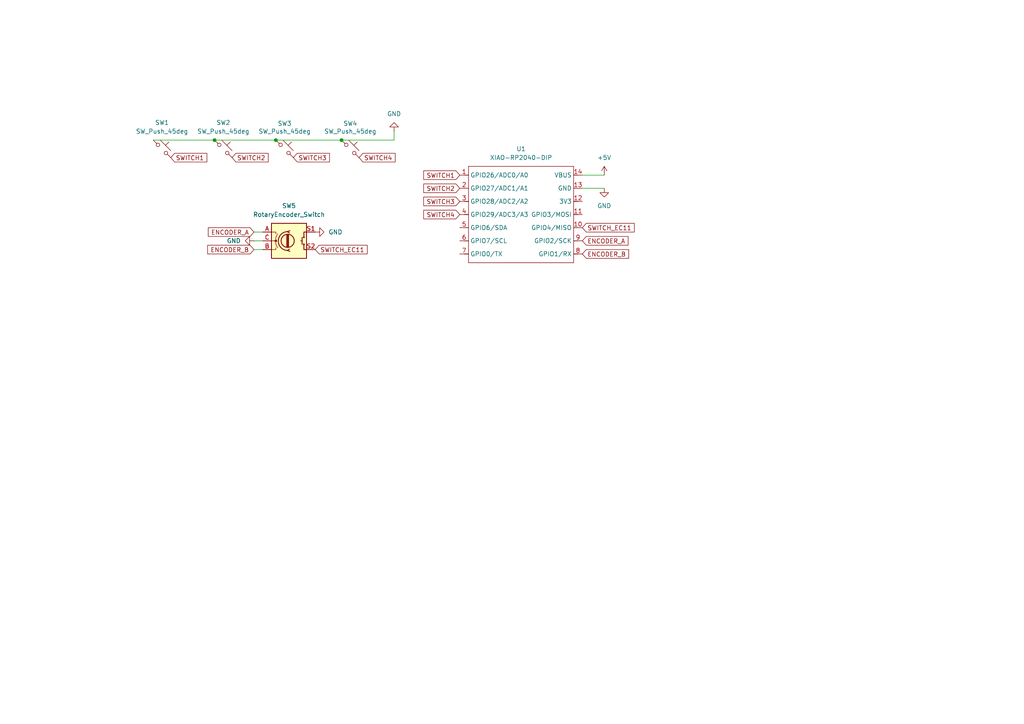
<source format=kicad_sch>
(kicad_sch (version 20250114) (generator "eeschema") (generator_version "9.0")
  (paper "A4")
  (lib_symbols
    (symbol "Device:RotaryEncoder_Switch" (pin_names (offset 0.254) (hide yes))
      (property "Reference" "SW" (at 0 6.604 0))
      (property "Value" "RotaryEncoder_Switch" (at 0 -6.604 0))
      (symbol "RotaryEncoder_Switch_0_1"
        (rectangle (start -5.08 5.08) (end 5.08 -5.08) (stroke (width 0.254)) (fill (type background)))
        (polyline (pts (xy -5.08 2.54) (xy -3.81 2.54) (xy -3.81 2.032)))
        (polyline (pts (xy -5.08 0) (xy -3.81 0) (xy -3.81 -1.016) (xy -3.302 -2.032)))
        (polyline (pts (xy -5.08 -2.54) (xy -3.81 -2.54) (xy -3.81 -2.032)))
        (polyline (pts (xy -4.318 0) (xy -3.81 0) (xy -3.81 1.016) (xy -3.302 2.032)))
        (circle (center -3.81 0) (radius 0.254) (fill (type outline)))
        (polyline (pts (xy -0.635 -1.778) (xy -0.635 1.778)) (stroke (width 0.254)))
        (circle (center -0.381 0) (radius 1.905) (stroke (width 0.254)))
        (polyline (pts (xy -0.381 -1.778) (xy -0.381 1.778)) (stroke (width 0.254)))
        (arc (start -0.381 -2.794) (mid -3.0988 -0.0635) (end -0.381 2.667) (stroke (width 0.254)))
        (polyline (pts (xy -0.127 1.778) (xy -0.127 -1.778)) (stroke (width 0.254)))
        (polyline (pts (xy 0.254 2.921) (xy -0.508 2.667) (xy 0.127 2.286)) (stroke (width 0.254)))
        (polyline (pts (xy 0.254 -3.048) (xy -0.508 -2.794) (xy 0.127 -2.413)) (stroke (width 0.254)))
        (polyline (pts (xy 3.81 1.016) (xy 3.81 -1.016)) (stroke (width 0.254)))
        (polyline (pts (xy 3.81 0) (xy 3.429 0)) (stroke (width 0.254)))
        (circle (center 4.318 1.016) (radius 0.127) (stroke (width 0.254)))
        (circle (center 4.318 -1.016) (radius 0.127) (stroke (width 0.254)))
        (polyline (pts (xy 5.08 2.54) (xy 4.318 2.54) (xy 4.318 1.016)) (stroke (width 0.254)))
        (polyline (pts (xy 5.08 -2.54) (xy 4.318 -2.54) (xy 4.318 -1.016)) (stroke (width 0.254)))
      )
      (symbol "RotaryEncoder_Switch_1_1"
        (pin passive line (at -7.62 2.54 0) (length 2.54) (name "A") (number "A"))
        (pin passive line (at -7.62 0 0) (length 2.54) (name "C") (number "C"))
        (pin passive line (at -7.62 -2.54 0) (length 2.54) (name "B") (number "B"))
        (pin passive line (at 7.62 2.54 180) (length 2.54) (name "S1") (number "S1"))
        (pin passive line (at 7.62 -2.54 180) (length 2.54) (name "S2") (number "S2"))
      )
    )
    (symbol "Seeed_Studio_XIAO_Series:XIAO-RP2040-DIP"
      (property "Reference" "U" (at 0 0 0))
      (property "Value" "XIAO-RP2040-DIP" (at 5.334 -1.778 0))
      (symbol "XIAO-RP2040-DIP_1_0"
        (polyline (pts (xy -1.27 -2.54) (xy 29.21 -2.54)) (stroke (width 0.1524)))
        (polyline (pts (xy -1.27 -5.08) (xy -2.54 -5.08)) (stroke (width 0.1524)))
        (polyline (pts (xy -1.27 -5.08) (xy -1.27 -2.54)) (stroke (width 0.1524)))
        (polyline (pts (xy -1.27 -8.89) (xy -2.54 -8.89)) (stroke (width 0.1524)))
        (polyline (pts (xy -1.27 -8.89) (xy -1.27 -5.08)) (stroke (width 0.1524)))
        (polyline (pts (xy -1.27 -12.7) (xy -2.54 -12.7)) (stroke (width 0.1524)))
        (polyline (pts (xy -1.27 -12.7) (xy -1.27 -8.89)) (stroke (width 0.1524)))
        (polyline (pts (xy -1.27 -16.51) (xy -2.54 -16.51)) (stroke (width 0.1524)))
        (polyline (pts (xy -1.27 -16.51) (xy -1.27 -12.7)) (stroke (width 0.1524)))
        (polyline (pts (xy -1.27 -20.32) (xy -2.54 -20.32)) (stroke (width 0.1524)))
        (polyline (pts (xy -1.27 -24.13) (xy -2.54 -24.13)) (stroke (width 0.1524)))
        (polyline (pts (xy -1.27 -27.94) (xy -2.54 -27.94)) (stroke (width 0.1524)))
        (polyline (pts (xy -1.27 -30.48) (xy -1.27 -16.51)) (stroke (width 0.1524)))
        (polyline (pts (xy 29.21 -2.54) (xy 29.21 -5.08)) (stroke (width 0.1524)))
        (polyline (pts (xy 29.21 -5.08) (xy 29.21 -8.89)) (stroke (width 0.1524)))
        (polyline (pts (xy 29.21 -8.89) (xy 29.21 -12.7)) (stroke (width 0.1524)))
        (polyline (pts (xy 29.21 -12.7) (xy 29.21 -30.48)) (stroke (width 0.1524)))
        (polyline (pts (xy 29.21 -30.48) (xy -1.27 -30.48)) (stroke (width 0.1524)))
        (polyline (pts (xy 30.48 -5.08) (xy 29.21 -5.08)) (stroke (width 0.1524)))
        (polyline (pts (xy 30.48 -8.89) (xy 29.21 -8.89)) (stroke (width 0.1524)))
        (polyline (pts (xy 30.48 -12.7) (xy 29.21 -12.7)) (stroke (width 0.1524)))
        (polyline (pts (xy 30.48 -16.51) (xy 29.21 -16.51)) (stroke (width 0.1524)))
        (polyline (pts (xy 30.48 -20.32) (xy 29.21 -20.32)) (stroke (width 0.1524)))
        (polyline (pts (xy 30.48 -24.13) (xy 29.21 -24.13)) (stroke (width 0.1524)))
        (polyline (pts (xy 30.48 -27.94) (xy 29.21 -27.94)) (stroke (width 0.1524)))
        (pin passive line (at -3.81 -5.08 0) (length 2.54) (name "GPIO26/ADC0/A0") (number "1"))
        (pin passive line (at -3.81 -8.89 0) (length 2.54) (name "GPIO27/ADC1/A1") (number "2"))
        (pin passive line (at -3.81 -12.7 0) (length 2.54) (name "GPIO28/ADC2/A2") (number "3"))
        (pin passive line (at -3.81 -16.51 0) (length 2.54) (name "GPIO29/ADC3/A3") (number "4"))
        (pin passive line (at -3.81 -20.32 0) (length 2.54) (name "GPIO6/SDA") (number "5"))
        (pin passive line (at -3.81 -24.13 0) (length 2.54) (name "GPIO7/SCL") (number "6"))
        (pin passive line (at -3.81 -27.94 0) (length 2.54) (name "GPIO0/TX") (number "7"))
        (pin passive line (at 31.75 -5.08 180) (length 2.54) (name "VBUS") (number "14"))
        (pin passive line (at 31.75 -8.89 180) (length 2.54) (name "GND") (number "13"))
        (pin passive line (at 31.75 -12.7 180) (length 2.54) (name "3V3") (number "12"))
        (pin passive line (at 31.75 -16.51 180) (length 2.54) (name "GPIO3/MOSI") (number "11"))
        (pin passive line (at 31.75 -20.32 180) (length 2.54) (name "GPIO4/MISO") (number "10"))
        (pin passive line (at 31.75 -24.13 180) (length 2.54) (name "GPIO2/SCK") (number "9"))
        (pin passive line (at 31.75 -27.94 180) (length 2.54) (name "GPIO1/RX") (number "8"))
      )
    )
    (symbol "Switch:SW_Push_45deg" (pin_numbers (hide yes)) (pin_names (offset 1.016) (hide yes))
      (property "Reference" "SW" (at 3.048 1.016 0))
      (property "Value" "SW_Push_45deg" (at 0 -3.81 0))
      (symbol "SW_Push_45deg_0_1"
        (polyline (pts (xy -2.54 2.54) (xy -1.524 1.524) (xy -1.524 1.524)))
        (circle (center -1.1684 1.1684) (radius 0.508))
        (polyline (pts (xy -0.508 2.54) (xy 2.54 -0.508)))
        (polyline (pts (xy 1.016 1.016) (xy 2.032 2.032)))
        (circle (center 1.143 -1.1938) (radius 0.508))
        (polyline (pts (xy 1.524 -1.524) (xy 2.54 -2.54) (xy 2.54 -2.54) (xy 2.54 -2.54)))
        (pin passive line (at -2.54 2.54 0) (length 0) (name "1") (number "1"))
        (pin passive line (at 2.54 -2.54 180) (length 0) (name "2") (number "2"))
      )
    )
    (symbol "power:+5V" (power) (pin_numbers (hide yes)) (pin_names (offset 0) (hide yes))
      (property "Value" "+5V" (at 0 3.556 0))
      (symbol "+5V_0_1"
        (polyline (pts (xy -0.762 1.27) (xy 0 2.54)))
        (polyline (pts (xy 0 2.54) (xy 0.762 1.27)))
        (polyline (pts (xy 0 0) (xy 0 2.54)))
      )
      (symbol "+5V_1_1"
        (pin power_in line (at 0 0 90) (length 0) (name "~") (number "1"))
      )
    )
    (symbol "power:GND" (power) (pin_numbers (hide yes)) (pin_names (offset 0) (hide yes))
      (property "Value" "GND" (at 0 -3.81 0))
      (symbol "GND_0_1"
        (polyline (pts (xy 0 0) (xy 0 -1.27) (xy 1.27 -1.27) (xy 0 -2.54) (xy -1.27 -1.27) (xy 0 -1.27)))
      )
      (symbol "GND_1_1"
        (pin power_in line (at 0 0 270) (length 0) (name "~") (number "1"))
      )
    )
  )
  (junction (at 99.06 40.64))
  (junction (at 80.01 40.64))
  (junction (at 62.23 40.64))
  (wire (pts (xy 62.23 40.64) (xy 80.01 40.64)))
  (wire (pts (xy 44.45 40.64) (xy 62.23 40.64)))
  (wire (pts (xy 76.2 69.85) (xy 73.66 69.85)))
  (wire (pts (xy 99.06 40.64) (xy 114.3 40.64)))
  (wire (pts (xy 175.26 54.61) (xy 168.91 54.61)))
  (wire (pts (xy 80.01 40.64) (xy 99.06 40.64)))
  (wire (pts (xy 175.26 50.8) (xy 168.91 50.8)))
  (wire (pts (xy 114.3 40.64) (xy 114.3 38.1)))
  (wire (pts (xy 76.2 72.39) (xy 73.66 72.39)))
  (wire (pts (xy 76.2 67.31) (xy 73.66 67.31)))
  (global_label "SWITCH2" (shape input) (at 67.31 45.72 0) (property "Intersheetrefs" "${INTERSHEET_REFS}" (effects (hide yes))))
  (global_label "SWITCH1" (shape input) (at 49.53 45.72 0) (property "Intersheetrefs" "${INTERSHEET_REFS}" (effects (hide yes))))
  (global_label "SWITCH_EC11" (shape input) (at 168.91 66.04 0) (property "Intersheetrefs" "${INTERSHEET_REFS}" (effects (hide yes))))
  (global_label "SWITCH_EC11" (shape input) (at 91.44 72.39 0) (property "Intersheetrefs" "${INTERSHEET_REFS}" (effects (hide yes))))
  (global_label "ENCODER_B" (shape input) (at 168.91 73.66 0) (property "Intersheetrefs" "${INTERSHEET_REFS}" (effects (hide yes))))
  (global_label "SWITCH4" (shape input) (at 104.14 45.72 0) (property "Intersheetrefs" "${INTERSHEET_REFS}" (effects (hide yes))))
  (global_label "SWITCH3" (shape input) (at 85.09 45.72 0) (property "Intersheetrefs" "${INTERSHEET_REFS}" (effects (hide yes))))
  (global_label "SWITCH1" (shape input) (at 133.35 50.8 180) (property "Intersheetrefs" "${INTERSHEET_REFS}" (effects (hide yes))))
  (global_label "SWITCH4" (shape input) (at 133.35 62.23 180) (property "Intersheetrefs" "${INTERSHEET_REFS}" (effects (hide yes))))
  (global_label "ENCODER_A" (shape input) (at 168.91 69.85 0) (property "Intersheetrefs" "${INTERSHEET_REFS}" (effects (hide yes))))
  (global_label "SWITCH3" (shape input) (at 133.35 58.42 180) (property "Intersheetrefs" "${INTERSHEET_REFS}" (effects (hide yes))))
  (global_label "ENCODER_B" (shape input) (at 73.66 72.39 180) (property "Intersheetrefs" "${INTERSHEET_REFS}" (effects (hide yes))))
  (global_label "SWITCH2" (shape input) (at 133.35 54.61 180) (property "Intersheetrefs" "${INTERSHEET_REFS}" (effects (hide yes))))
  (global_label "ENCODER_A" (shape input) (at 73.66 67.31 180) (property "Intersheetrefs" "${INTERSHEET_REFS}" (effects (hide yes))))
  (symbol (lib_id "Switch:SW_Push_45deg") (at 82.55 43.18 0) (unit 1)
    (property "Reference" "SW3" (at 82.55 35.814 0))
    (property "Value" "SW_Push_45deg" (at 82.55 38.1 0))
    (property "Footprint" "Button_Switch_Keyboard:SW_Cherry_MX_1.00u_PCB" (effects (hide yes)))
    (property "Description" "Push button switch, normally open, two pins, 45° tilted" (effects (hide yes)))
  )
  (symbol (lib_id "Switch:SW_Push_45deg") (at 64.77 43.18 0) (unit 1)
    (property "Reference" "SW2" (at 64.77 35.56 0))
    (property "Value" "SW_Push_45deg" (at 64.77 38.1 0))
    (property "Footprint" "Button_Switch_Keyboard:SW_Cherry_MX_1.00u_PCB" (effects (hide yes)))
    (property "Description" "Push button switch, normally open, two pins, 45° tilted" (effects (hide yes)))
  )
  (symbol (lib_id "power:GND") (at 73.66 69.85 270) (unit 1)
    (property "Reference" "#PWR01" (effects (hide yes)))
    (property "Value" "GND" (at 69.85 69.8499 90) (effects (justify right)))
    (property "Description" "Power symbol creates a global label with name \"GND\" , ground" (effects (hide yes)))
  )
  (symbol (lib_id "Device:RotaryEncoder_Switch") (at 83.82 69.85 0) (unit 1)
    (property "Reference" "SW5" (at 83.82 59.69 0))
    (property "Value" "RotaryEncoder_Switch" (at 83.82 62.23 0))
    (property "Footprint" "Rotary_Encoder:RotaryEncoder_Alps_EC11E-Switch_Vertical_H20mm" (effects (hide yes)))
    (property "Description" "Rotary encoder, dual channel, incremental quadrate outputs, with switch" (effects (hide yes)))
  )
  (symbol (lib_id "power:GND") (at 175.26 54.61 0) (unit 1)
    (property "Reference" "#PWR02" (effects (hide yes)))
    (property "Value" "GND" (at 175.26 59.69 0))
    (property "Description" "Power symbol creates a global label with name \"GND\" , ground" (effects (hide yes)))
  )
  (symbol (lib_id "Switch:SW_Push_45deg") (at 101.6 43.18 0) (unit 1)
    (property "Reference" "SW4" (at 101.6 35.814 0))
    (property "Value" "SW_Push_45deg" (at 101.6 38.1 0))
    (property "Footprint" "Button_Switch_Keyboard:SW_Cherry_MX_1.00u_PCB" (effects (hide yes)))
    (property "Description" "Push button switch, normally open, two pins, 45° tilted" (effects (hide yes)))
  )
  (symbol (lib_id "power:+5V") (at 175.26 50.8 0) (unit 1)
    (property "Reference" "#PWR04" (effects (hide yes)))
    (property "Value" "+5V" (at 175.26 45.72 0))
    (property "Description" "Power symbol creates a global label with name \"+5V\"" (effects (hide yes)))
  )
  (symbol (lib_id "power:GND") (at 114.3 38.1 180) (unit 1)
    (property "Reference" "#PWR05" (effects (hide yes)))
    (property "Value" "GND" (at 114.3 33.02 0))
    (property "Description" "Power symbol creates a global label with name \"GND\" , ground" (effects (hide yes)))
  )
  (symbol (lib_id "Seeed_Studio_XIAO_Series:XIAO-RP2040-DIP") (at 137.16 45.72 0) (unit 1)
    (property "Reference" "U1" (at 151.13 43.18 0))
    (property "Value" "XIAO-RP2040-DIP" (at 151.13 45.72 0))
    (property "Footprint" "Seeed Studio XIAO Series Library:XIAO-RP2040-DIP" (effects (hide yes)))
  )
  (symbol (lib_id "power:GND") (at 91.44 67.31 90) (unit 1)
    (property "Reference" "#PWR03" (effects (hide yes)))
    (property "Value" "GND" (at 95.25 67.3099 90) (effects (justify right)))
    (property "Description" "Power symbol creates a global label with name \"GND\" , ground" (effects (hide yes)))
  )
  (symbol (lib_id "Switch:SW_Push_45deg") (at 46.99 43.18 0) (unit 1)
    (property "Reference" "SW1" (at 46.99 35.56 0))
    (property "Value" "SW_Push_45deg" (at 46.99 38.1 0))
    (property "Footprint" "Button_Switch_Keyboard:SW_Cherry_MX_1.00u_PCB" (effects (hide yes)))
    (property "Description" "Push button switch, normally open, two pins, 45° tilted" (effects (hide yes)))
  )
)
</source>
